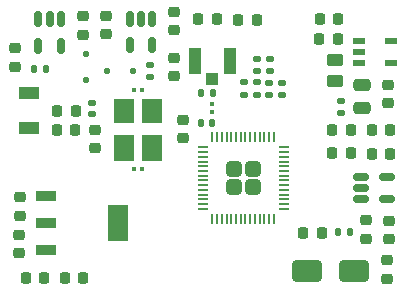
<source format=gbr>
%TF.GenerationSoftware,KiCad,Pcbnew,9.0.0*%
%TF.CreationDate,2025-05-02T09:45:38-07:00*%
%TF.ProjectId,OuterBoard_4.1,4f757465-7242-46f6-9172-645f342e312e,rev?*%
%TF.SameCoordinates,Original*%
%TF.FileFunction,Paste,Bot*%
%TF.FilePolarity,Positive*%
%FSLAX46Y46*%
G04 Gerber Fmt 4.6, Leading zero omitted, Abs format (unit mm)*
G04 Created by KiCad (PCBNEW 9.0.0) date 2025-05-02 09:45:38*
%MOMM*%
%LPD*%
G01*
G04 APERTURE LIST*
G04 Aperture macros list*
%AMRoundRect*
0 Rectangle with rounded corners*
0 $1 Rounding radius*
0 $2 $3 $4 $5 $6 $7 $8 $9 X,Y pos of 4 corners*
0 Add a 4 corners polygon primitive as box body*
4,1,4,$2,$3,$4,$5,$6,$7,$8,$9,$2,$3,0*
0 Add four circle primitives for the rounded corners*
1,1,$1+$1,$2,$3*
1,1,$1+$1,$4,$5*
1,1,$1+$1,$6,$7*
1,1,$1+$1,$8,$9*
0 Add four rect primitives between the rounded corners*
20,1,$1+$1,$2,$3,$4,$5,0*
20,1,$1+$1,$4,$5,$6,$7,0*
20,1,$1+$1,$6,$7,$8,$9,0*
20,1,$1+$1,$8,$9,$2,$3,0*%
G04 Aperture macros list end*
%ADD10RoundRect,0.225000X-0.225000X-0.250000X0.225000X-0.250000X0.225000X0.250000X-0.225000X0.250000X0*%
%ADD11RoundRect,0.225000X0.225000X0.250000X-0.225000X0.250000X-0.225000X-0.250000X0.225000X-0.250000X0*%
%ADD12RoundRect,0.079500X0.079500X0.100500X-0.079500X0.100500X-0.079500X-0.100500X0.079500X-0.100500X0*%
%ADD13RoundRect,0.225000X-0.250000X0.225000X-0.250000X-0.225000X0.250000X-0.225000X0.250000X0.225000X0*%
%ADD14RoundRect,0.225000X0.250000X-0.225000X0.250000X0.225000X-0.250000X0.225000X-0.250000X-0.225000X0*%
%ADD15R,1.050000X2.200000*%
%ADD16R,1.050000X1.000000*%
%ADD17R,1.803400X1.117600*%
%ADD18RoundRect,0.250000X-0.475000X0.250000X-0.475000X-0.250000X0.475000X-0.250000X0.475000X0.250000X0*%
%ADD19RoundRect,0.150000X-0.150000X0.512500X-0.150000X-0.512500X0.150000X-0.512500X0.150000X0.512500X0*%
%ADD20RoundRect,0.079500X-0.079500X-0.100500X0.079500X-0.100500X0.079500X0.100500X-0.079500X0.100500X0*%
%ADD21RoundRect,0.135000X0.185000X-0.135000X0.185000X0.135000X-0.185000X0.135000X-0.185000X-0.135000X0*%
%ADD22R,1.000000X0.599999*%
%ADD23RoundRect,0.250000X-1.000000X-0.650000X1.000000X-0.650000X1.000000X0.650000X-1.000000X0.650000X0*%
%ADD24RoundRect,0.218750X-0.218750X-0.256250X0.218750X-0.256250X0.218750X0.256250X-0.218750X0.256250X0*%
%ADD25R,1.761200X0.850800*%
%ADD26R,1.761200X3.150799*%
%ADD27RoundRect,0.125000X-0.125000X-0.125000X0.125000X-0.125000X0.125000X0.125000X-0.125000X0.125000X0*%
%ADD28RoundRect,0.135000X-0.185000X0.135000X-0.185000X-0.135000X0.185000X-0.135000X0.185000X0.135000X0*%
%ADD29RoundRect,0.140000X0.170000X-0.140000X0.170000X0.140000X-0.170000X0.140000X-0.170000X-0.140000X0*%
%ADD30RoundRect,0.250000X-0.450000X0.262500X-0.450000X-0.262500X0.450000X-0.262500X0.450000X0.262500X0*%
%ADD31RoundRect,0.125000X0.125000X-0.125000X0.125000X0.125000X-0.125000X0.125000X-0.125000X-0.125000X0*%
%ADD32RoundRect,0.079500X0.100500X-0.079500X0.100500X0.079500X-0.100500X0.079500X-0.100500X-0.079500X0*%
%ADD33RoundRect,0.135000X-0.135000X-0.185000X0.135000X-0.185000X0.135000X0.185000X-0.135000X0.185000X0*%
%ADD34R,1.682000X2.294000*%
%ADD35R,1.682000X2.040000*%
%ADD36RoundRect,0.140000X0.140000X0.170000X-0.140000X0.170000X-0.140000X-0.170000X0.140000X-0.170000X0*%
%ADD37RoundRect,0.150000X-0.512500X-0.150000X0.512500X-0.150000X0.512500X0.150000X-0.512500X0.150000X0*%
%ADD38RoundRect,0.249999X-0.395001X0.395001X-0.395001X-0.395001X0.395001X-0.395001X0.395001X0.395001X0*%
%ADD39RoundRect,0.050000X-0.050000X0.387500X-0.050000X-0.387500X0.050000X-0.387500X0.050000X0.387500X0*%
%ADD40RoundRect,0.050000X-0.387500X0.050000X-0.387500X-0.050000X0.387500X-0.050000X0.387500X0.050000X0*%
G04 APERTURE END LIST*
D10*
%TO.C,C16*%
X121765000Y-101750000D03*
X123315000Y-101750000D03*
%TD*%
D11*
%TO.C,C27*%
X152600000Y-91200000D03*
X151050000Y-91200000D03*
%TD*%
D12*
%TO.C,C43*%
X131600000Y-85820000D03*
X130910000Y-85820000D03*
%TD*%
D13*
%TO.C,C7*%
X128550000Y-79560000D03*
X128550000Y-81110000D03*
%TD*%
D14*
%TO.C,C9*%
X152320000Y-101785000D03*
X152320000Y-100235000D03*
%TD*%
%TO.C,C40*%
X127640000Y-90720000D03*
X127640000Y-89170000D03*
%TD*%
D15*
%TO.C,ANT1*%
X139060600Y-83399800D03*
X136110600Y-83399800D03*
D16*
X137585600Y-84924800D03*
%TD*%
D14*
%TO.C,C39*%
X134340000Y-84655000D03*
X134340000Y-83105000D03*
%TD*%
D17*
%TO.C,F1*%
X122070000Y-86071400D03*
X122070000Y-89068600D03*
%TD*%
D13*
%TO.C,C24*%
X150550000Y-96860000D03*
X150550000Y-98410000D03*
%TD*%
D11*
%TO.C,C20*%
X148175000Y-81530000D03*
X146625000Y-81530000D03*
%TD*%
%TO.C,C21*%
X149295000Y-91190000D03*
X147745000Y-91190000D03*
%TD*%
D18*
%TO.C,FB1*%
X150260000Y-85400000D03*
X150260000Y-87300000D03*
%TD*%
D14*
%TO.C,C37*%
X135110000Y-89875000D03*
X135110000Y-88325000D03*
%TD*%
D19*
%TO.C,U3*%
X130590000Y-79762500D03*
X131540000Y-79762500D03*
X132490000Y-79762500D03*
X132490000Y-82037500D03*
X130590000Y-82037500D03*
%TD*%
D13*
%TO.C,C11*%
X121270000Y-94915000D03*
X121270000Y-96465000D03*
%TD*%
%TO.C,C8*%
X134350000Y-79195000D03*
X134350000Y-80745000D03*
%TD*%
D20*
%TO.C,C45*%
X130905000Y-92500000D03*
X131595000Y-92500000D03*
%TD*%
D21*
%TO.C,R3*%
X141340000Y-86200000D03*
X141340000Y-85180000D03*
%TD*%
D22*
%TO.C,U7*%
X149954999Y-83550001D03*
X149954999Y-82600000D03*
X149954999Y-81650002D03*
X152704999Y-81650002D03*
X152704999Y-83550001D03*
%TD*%
D23*
%TO.C,D7*%
X145600000Y-101130000D03*
X149600000Y-101130000D03*
%TD*%
D21*
%TO.C,R20*%
X143510000Y-86210000D03*
X143510000Y-85190000D03*
%TD*%
D24*
%TO.C,D9*%
X145265000Y-97910000D03*
X146840000Y-97910000D03*
%TD*%
D25*
%TO.C,U4*%
X123505000Y-99400000D03*
X123505000Y-97100000D03*
X123505000Y-94800000D03*
D26*
X129555000Y-97100000D03*
%TD*%
D13*
%TO.C,C4*%
X126660000Y-79575000D03*
X126660000Y-81125000D03*
%TD*%
%TO.C,C26*%
X152560000Y-96870000D03*
X152560000Y-98420000D03*
%TD*%
D27*
%TO.C,D11*%
X128682500Y-84210000D03*
X130882500Y-84210000D03*
%TD*%
D28*
%TO.C,R4*%
X132330000Y-83710000D03*
X132330000Y-84730000D03*
%TD*%
D21*
%TO.C,R5*%
X148470000Y-87790000D03*
X148470000Y-86770000D03*
%TD*%
D11*
%TO.C,C25*%
X152600000Y-89190000D03*
X151050000Y-89190000D03*
%TD*%
D29*
%TO.C,C41*%
X127350000Y-87860000D03*
X127350000Y-86900000D03*
%TD*%
D11*
%TO.C,C36*%
X125980000Y-89200000D03*
X124430000Y-89200000D03*
%TD*%
%TO.C,C18*%
X137945000Y-79840000D03*
X136395000Y-79840000D03*
%TD*%
D30*
%TO.C,R10*%
X148000000Y-83257500D03*
X148000000Y-85082500D03*
%TD*%
D11*
%TO.C,C22*%
X148220000Y-79820000D03*
X146670000Y-79820000D03*
%TD*%
D31*
%TO.C,D10*%
X126870000Y-84987500D03*
X126870000Y-82787500D03*
%TD*%
D32*
%TO.C,L1*%
X137585600Y-87669800D03*
X137585600Y-86979800D03*
%TD*%
D33*
%TO.C,R15*%
X148202500Y-97850000D03*
X149222500Y-97850000D03*
%TD*%
D34*
%TO.C,Y2*%
X130078000Y-90747000D03*
D35*
X130078000Y-87580000D03*
X132460000Y-87580000D03*
D34*
X132460000Y-90747000D03*
%TD*%
D21*
%TO.C,R2*%
X142410000Y-86210000D03*
X142410000Y-85190000D03*
%TD*%
D36*
%TO.C,C35*%
X137580000Y-88580000D03*
X136620000Y-88580000D03*
%TD*%
D37*
%TO.C,U5*%
X150122500Y-95040000D03*
X150122500Y-94090000D03*
X150122500Y-93140000D03*
X152397500Y-93140000D03*
X152397500Y-95040000D03*
%TD*%
D13*
%TO.C,C10*%
X121200000Y-98095000D03*
X121200000Y-99645000D03*
%TD*%
D33*
%TO.C,R1*%
X122510000Y-84050000D03*
X123530000Y-84050000D03*
%TD*%
D13*
%TO.C,C3*%
X120890000Y-82300000D03*
X120890000Y-83850000D03*
%TD*%
D11*
%TO.C,C19*%
X149280000Y-89220000D03*
X147730000Y-89220000D03*
%TD*%
D10*
%TO.C,C17*%
X139785000Y-79860000D03*
X141335000Y-79860000D03*
%TD*%
D21*
%TO.C,R19*%
X140230000Y-86200000D03*
X140230000Y-85180000D03*
%TD*%
D10*
%TO.C,C13*%
X125100000Y-101770000D03*
X126650000Y-101770000D03*
%TD*%
D19*
%TO.C,U1*%
X122840000Y-79772500D03*
X123790000Y-79772500D03*
X124740000Y-79772500D03*
X124740000Y-82047500D03*
X122840000Y-82047500D03*
%TD*%
D36*
%TO.C,C33*%
X137590000Y-86064800D03*
X136630000Y-86064800D03*
%TD*%
D28*
%TO.C,R12*%
X141320000Y-83170000D03*
X141320000Y-84190000D03*
%TD*%
D11*
%TO.C,C34*%
X125995000Y-87570000D03*
X124445000Y-87570000D03*
%TD*%
D28*
%TO.C,R11*%
X142440000Y-83190000D03*
X142440000Y-84210000D03*
%TD*%
D14*
%TO.C,C15*%
X152430000Y-86925000D03*
X152430000Y-85375000D03*
%TD*%
D38*
%TO.C,U9*%
X140980000Y-92470000D03*
X139380000Y-92470000D03*
X140980000Y-94070000D03*
X139380000Y-94070000D03*
D39*
X137580000Y-89832500D03*
X137980000Y-89832500D03*
X138380000Y-89832500D03*
X138780000Y-89832500D03*
X139180000Y-89832500D03*
X139580000Y-89832500D03*
X139980000Y-89832500D03*
X140380000Y-89832500D03*
X140780000Y-89832500D03*
X141180000Y-89832500D03*
X141580000Y-89832500D03*
X141980000Y-89832500D03*
X142380000Y-89832500D03*
X142780000Y-89832500D03*
D40*
X143617500Y-90670000D03*
X143617500Y-91070000D03*
X143617500Y-91470000D03*
X143617500Y-91870000D03*
X143617500Y-92270000D03*
X143617500Y-92670000D03*
X143617500Y-93070000D03*
X143617500Y-93470000D03*
X143617500Y-93870000D03*
X143617500Y-94270000D03*
X143617500Y-94670000D03*
X143617500Y-95070000D03*
X143617500Y-95470000D03*
X143617500Y-95870000D03*
D39*
X142780000Y-96707500D03*
X142380000Y-96707500D03*
X141980000Y-96707500D03*
X141580000Y-96707500D03*
X141180000Y-96707500D03*
X140780000Y-96707500D03*
X140380000Y-96707500D03*
X139980000Y-96707500D03*
X139580000Y-96707500D03*
X139180000Y-96707500D03*
X138780000Y-96707500D03*
X138380000Y-96707500D03*
X137980000Y-96707500D03*
X137580000Y-96707500D03*
D40*
X136742500Y-95870000D03*
X136742500Y-95470000D03*
X136742500Y-95070000D03*
X136742500Y-94670000D03*
X136742500Y-94270000D03*
X136742500Y-93870000D03*
X136742500Y-93470000D03*
X136742500Y-93070000D03*
X136742500Y-92670000D03*
X136742500Y-92270000D03*
X136742500Y-91870000D03*
X136742500Y-91470000D03*
X136742500Y-91070000D03*
X136742500Y-90670000D03*
%TD*%
M02*

</source>
